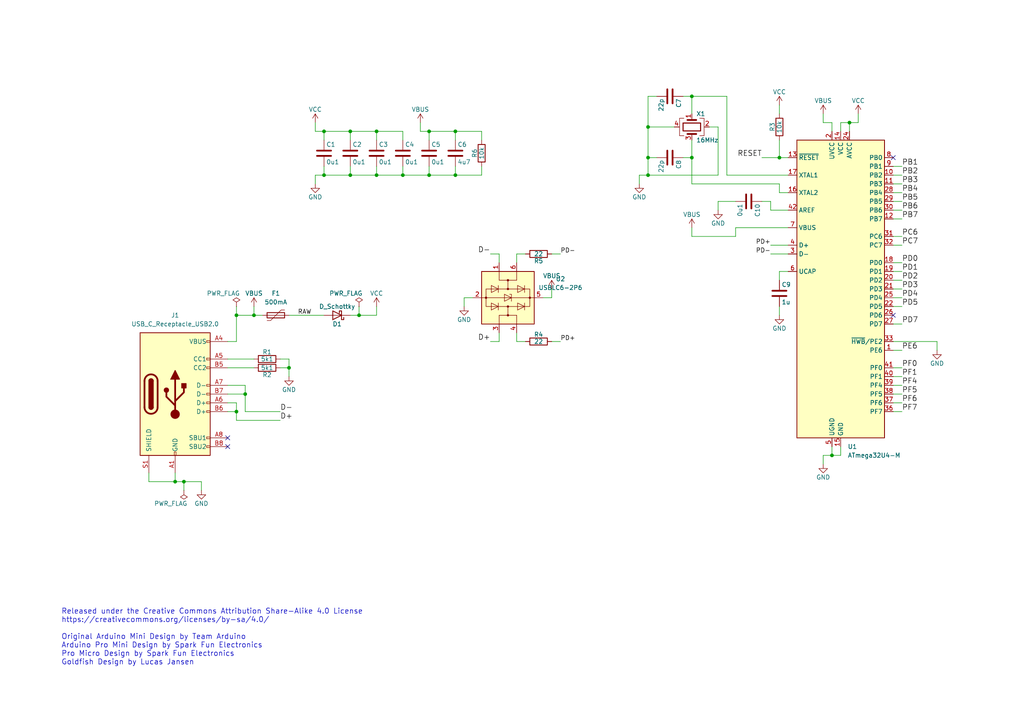
<source format=kicad_sch>
(kicad_sch (version 20230121) (generator eeschema)
  (paper "A4")
  (title_block (title "Goldfish v2 (integrated)") (date "2022-05-24") (rev "integrated 0"))
  (lib_symbols
    (symbol "Connector:USB_C_Receptacle_USB2.0" (pin_names (offset 1.016))
      (property "Reference" "J" (at -10.16 19.05 0))
      (property "Value" "USB_C_Receptacle_USB2.0" (at 19.05 19.05 0))
      (symbol "USB_C_Receptacle_USB2.0_0_0"
        (rectangle (start -0.254 -17.78) (end 0.254 -16.764))
        (rectangle (start 10.16 -14.986) (end 9.144 -15.494))
        (rectangle (start 10.16 -12.446) (end 9.144 -12.954))
        (rectangle (start 10.16 -4.826) (end 9.144 -5.334))
        (rectangle (start 10.16 -2.286) (end 9.144 -2.794))
        (rectangle (start 10.16 0.254) (end 9.144 -0.254))
        (rectangle (start 10.16 2.794) (end 9.144 2.286))
        (rectangle (start 10.16 7.874) (end 9.144 7.366))
        (rectangle (start 10.16 10.414) (end 9.144 9.906))
        (rectangle (start 10.16 15.494) (end 9.144 14.986))
      )
      (symbol "USB_C_Receptacle_USB2.0_0_1"
        (rectangle (start -10.16 17.78) (end 10.16 -17.78) (stroke (width 0.254)) (fill (type background)))
        (arc (start -8.89 -3.81) (mid -6.985 -5.7067) (end -5.08 -3.81) (stroke (width 0.508)))
        (arc (start -7.62 -3.81) (mid -6.985 -4.4423) (end -6.35 -3.81) (stroke (width 0.254)))
        (arc (start -7.62 -3.81) (mid -6.985 -4.4423) (end -6.35 -3.81) (stroke (width 0.254)) (fill (type outline)))
        (rectangle (start -7.62 -3.81) (end -6.35 3.81) (stroke (width 0.254)) (fill (type outline)))
        (arc (start -6.35 3.81) (mid -6.985 4.4423) (end -7.62 3.81) (stroke (width 0.254)))
        (arc (start -6.35 3.81) (mid -6.985 4.4423) (end -7.62 3.81) (stroke (width 0.254)) (fill (type outline)))
        (arc (start -5.08 3.81) (mid -6.985 5.7067) (end -8.89 3.81) (stroke (width 0.508)))
        (circle (center -2.54 1.143) (radius 0.635) (stroke (width 0.254)) (fill (type outline)))
        (circle (center 0 -5.842) (radius 1.27) (fill (type outline)))
        (polyline (pts (xy -8.89 -3.81) (xy -8.89 3.81)) (stroke (width 0.508)))
        (polyline (pts (xy -5.08 3.81) (xy -5.08 -3.81)) (stroke (width 0.508)))
        (polyline (pts (xy 0 -5.842) (xy 0 4.318)) (stroke (width 0.508)))
        (polyline (pts (xy 0 -3.302) (xy -2.54 -0.762) (xy -2.54 0.508)) (stroke (width 0.508)))
        (polyline (pts (xy 0 -2.032) (xy 2.54 0.508) (xy 2.54 1.778)) (stroke (width 0.508)))
        (polyline (pts (xy -1.27 4.318) (xy 0 6.858) (xy 1.27 4.318) (xy -1.27 4.318)) (stroke (width 0.254)) (fill (type outline)))
        (rectangle (start 1.905 1.778) (end 3.175 3.048) (stroke (width 0.254)) (fill (type outline)))
      )
      (symbol "USB_C_Receptacle_USB2.0_1_1"
        (pin passive line (at 0 -22.86 90) (length 5.08) (name "GND") (number "A1"))
        (pin passive line (at 0 -22.86 90) (length 5.08) hide (name "GND") (number "A12"))
        (pin passive line (at 15.24 15.24 180) (length 5.08) (name "VBUS") (number "A4"))
        (pin bidirectional line (at 15.24 10.16 180) (length 5.08) (name "CC1") (number "A5"))
        (pin bidirectional line (at 15.24 -2.54 180) (length 5.08) (name "D+") (number "A6"))
        (pin bidirectional line (at 15.24 2.54 180) (length 5.08) (name "D-") (number "A7"))
        (pin bidirectional line (at 15.24 -12.7 180) (length 5.08) (name "SBU1") (number "A8"))
        (pin passive line (at 15.24 15.24 180) (length 5.08) hide (name "VBUS") (number "A9"))
        (pin passive line (at 0 -22.86 90) (length 5.08) hide (name "GND") (number "B1"))
        (pin passive line (at 0 -22.86 90) (length 5.08) hide (name "GND") (number "B12"))
        (pin passive line (at 15.24 15.24 180) (length 5.08) hide (name "VBUS") (number "B4"))
        (pin bidirectional line (at 15.24 7.62 180) (length 5.08) (name "CC2") (number "B5"))
        (pin bidirectional line (at 15.24 -5.08 180) (length 5.08) (name "D+") (number "B6"))
        (pin bidirectional line (at 15.24 0 180) (length 5.08) (name "D-") (number "B7"))
        (pin bidirectional line (at 15.24 -15.24 180) (length 5.08) (name "SBU2") (number "B8"))
        (pin passive line (at 15.24 15.24 180) (length 5.08) hide (name "VBUS") (number "B9"))
        (pin passive line (at -7.62 -22.86 90) (length 5.08) (name "SHIELD") (number "S1"))
      )
    )
    (symbol "Device:C" (pin_numbers hide) (pin_names (offset 0.254))
      (property "Reference" "C" (at 0.635 2.54 0))
      (property "Value" "C" (at 0.635 -2.54 0))
      (symbol "C_0_1"
        (polyline (pts (xy -2.032 -0.762) (xy 2.032 -0.762)) (stroke (width 0.508)))
        (polyline (pts (xy -2.032 0.762) (xy 2.032 0.762)) (stroke (width 0.508)))
      )
      (symbol "C_1_1"
        (pin passive line (at 0 3.81 270) (length 2.794) (name "~") (number "1"))
        (pin passive line (at 0 -3.81 90) (length 2.794) (name "~") (number "2"))
      )
    )
    (symbol "Device:Crystal_GND24" (pin_names (offset 1.016) hide)
      (property "Reference" "Y" (at 3.175 5.08 0))
      (property "Value" "Crystal_GND24" (at 3.175 3.175 0))
      (symbol "Crystal_GND24_0_1"
        (rectangle (start -1.143 2.54) (end 1.143 -2.54) (stroke (width 0.3048)))
        (polyline (pts (xy -2.54 0) (xy -2.032 0)))
        (polyline (pts (xy -2.032 -1.27) (xy -2.032 1.27)) (stroke (width 0.508)))
        (polyline (pts (xy 0 -3.81) (xy 0 -3.556)))
        (polyline (pts (xy 0 3.556) (xy 0 3.81)))
        (polyline (pts (xy 2.032 -1.27) (xy 2.032 1.27)) (stroke (width 0.508)))
        (polyline (pts (xy 2.032 0) (xy 2.54 0)))
        (polyline (pts (xy -2.54 -2.286) (xy -2.54 -3.556) (xy 2.54 -3.556) (xy 2.54 -2.286)))
        (polyline (pts (xy -2.54 2.286) (xy -2.54 3.556) (xy 2.54 3.556) (xy 2.54 2.286)))
      )
      (symbol "Crystal_GND24_1_1"
        (pin passive line (at -3.81 0 0) (length 1.27) (name "1") (number "1"))
        (pin passive line (at 0 5.08 270) (length 1.27) (name "2") (number "2"))
        (pin passive line (at 3.81 0 180) (length 1.27) (name "3") (number "3"))
        (pin passive line (at 0 -5.08 90) (length 1.27) (name "4") (number "4"))
      )
    )
    (symbol "Device:D_Schottky" (pin_numbers hide) (pin_names (offset 1.016) hide)
      (property "Reference" "D" (at 0 2.54 0))
      (property "Value" "D_Schottky" (at 0 -2.54 0))
      (symbol "D_Schottky_0_1"
        (polyline (pts (xy 1.27 0) (xy -1.27 0)))
        (polyline (pts (xy 1.27 1.27) (xy 1.27 -1.27) (xy -1.27 0) (xy 1.27 1.27)) (stroke (width 0.254)))
        (polyline (pts (xy -1.905 0.635) (xy -1.905 1.27) (xy -1.27 1.27) (xy -1.27 -1.27) (xy -0.635 -1.27) (xy -0.635 -0.635)) (stroke (width 0.254)))
      )
      (symbol "D_Schottky_1_1"
        (pin passive line (at -3.81 0 0) (length 2.54) (name "K") (number "1"))
        (pin passive line (at 3.81 0 180) (length 2.54) (name "A") (number "2"))
      )
    )
    (symbol "Device:Polyfuse" (pin_numbers hide) (pin_names (offset 0))
      (property "Reference" "F" (at -2.54 0 90))
      (property "Value" "Polyfuse" (at 2.54 0 90))
      (symbol "Polyfuse_0_1"
        (rectangle (start -0.762 2.54) (end 0.762 -2.54) (stroke (width 0.254)))
        (polyline (pts (xy 0 2.54) (xy 0 -2.54)))
        (polyline (pts (xy -1.524 2.54) (xy -1.524 1.524) (xy 1.524 -1.524) (xy 1.524 -2.54)))
      )
      (symbol "Polyfuse_1_1"
        (pin passive line (at 0 3.81 270) (length 1.27) (name "~") (number "1"))
        (pin passive line (at 0 -3.81 90) (length 1.27) (name "~") (number "2"))
      )
    )
    (symbol "Device:R" (pin_numbers hide) (pin_names (offset 0))
      (property "Reference" "R" (at 2.032 0 90))
      (property "Value" "R" (at 0 0 90))
      (symbol "R_0_1"
        (rectangle (start -1.016 -2.54) (end 1.016 2.54) (stroke (width 0.254)))
      )
      (symbol "R_1_1"
        (pin passive line (at 0 3.81 270) (length 1.27) (name "~") (number "1"))
        (pin passive line (at 0 -3.81 90) (length 1.27) (name "~") (number "2"))
      )
    )
    (symbol "MCU_Microchip_ATmega:ATmega32U4-M"
      (property "Reference" "U" (at -12.7 44.45 0))
      (property "Value" "ATmega32U4-M" (at 2.54 -44.45 0))
      (symbol "ATmega32U4-M_0_1"
        (rectangle (start -12.7 -43.18) (end 12.7 43.18) (stroke (width 0.254)) (fill (type background)))
      )
      (symbol "ATmega32U4-M_1_1"
        (pin bidirectional line (at 15.24 -17.78 180) (length 2.54) (name "PE6") (number "1"))
        (pin bidirectional line (at 15.24 33.02 180) (length 2.54) (name "PB2") (number "10"))
        (pin bidirectional line (at 15.24 30.48 180) (length 2.54) (name "PB3") (number "11"))
        (pin bidirectional line (at 15.24 20.32 180) (length 2.54) (name "PB7") (number "12"))
        (pin input line (at -15.24 38.1 0) (length 2.54) (name "~{RESET}") (number "13"))
        (pin power_in line (at 0 45.72 270) (length 2.54) (name "VCC") (number "14"))
        (pin power_in line (at 0 -45.72 90) (length 2.54) (name "GND") (number "15"))
        (pin output line (at -15.24 27.94 0) (length 2.54) (name "XTAL2") (number "16"))
        (pin input line (at -15.24 33.02 0) (length 2.54) (name "XTAL1") (number "17"))
        (pin bidirectional line (at 15.24 7.62 180) (length 2.54) (name "PD0") (number "18"))
        (pin bidirectional line (at 15.24 5.08 180) (length 2.54) (name "PD1") (number "19"))
        (pin power_in line (at -2.54 45.72 270) (length 2.54) (name "UVCC") (number "2"))
        (pin bidirectional line (at 15.24 2.54 180) (length 2.54) (name "PD2") (number "20"))
        (pin bidirectional line (at 15.24 0 180) (length 2.54) (name "PD3") (number "21"))
        (pin bidirectional line (at 15.24 -5.08 180) (length 2.54) (name "PD5") (number "22"))
        (pin passive line (at 0 -45.72 90) (length 2.54) hide (name "GND") (number "23"))
        (pin power_in line (at 2.54 45.72 270) (length 2.54) (name "AVCC") (number "24"))
        (pin bidirectional line (at 15.24 -2.54 180) (length 2.54) (name "PD4") (number "25"))
        (pin bidirectional line (at 15.24 -7.62 180) (length 2.54) (name "PD6") (number "26"))
        (pin bidirectional line (at 15.24 -10.16 180) (length 2.54) (name "PD7") (number "27"))
        (pin bidirectional line (at 15.24 27.94 180) (length 2.54) (name "PB4") (number "28"))
        (pin bidirectional line (at 15.24 25.4 180) (length 2.54) (name "PB5") (number "29"))
        (pin bidirectional line (at -15.24 10.16 0) (length 2.54) (name "D-") (number "3"))
        (pin bidirectional line (at 15.24 22.86 180) (length 2.54) (name "PB6") (number "30"))
        (pin bidirectional line (at 15.24 15.24 180) (length 2.54) (name "PC6") (number "31"))
        (pin bidirectional line (at 15.24 12.7 180) (length 2.54) (name "PC7") (number "32"))
        (pin bidirectional line (at 15.24 -15.24 180) (length 2.54) (name "~{HWB}/PE2") (number "33"))
        (pin passive line (at 0 45.72 270) (length 2.54) hide (name "VCC") (number "34"))
        (pin passive line (at 0 -45.72 90) (length 2.54) hide (name "GND") (number "35"))
        (pin bidirectional line (at 15.24 -35.56 180) (length 2.54) (name "PF7") (number "36"))
        (pin bidirectional line (at 15.24 -33.02 180) (length 2.54) (name "PF6") (number "37"))
        (pin bidirectional line (at 15.24 -30.48 180) (length 2.54) (name "PF5") (number "38"))
        (pin bidirectional line (at 15.24 -27.94 180) (length 2.54) (name "PF4") (number "39"))
        (pin bidirectional line (at -15.24 12.7 0) (length 2.54) (name "D+") (number "4"))
        (pin bidirectional line (at 15.24 -25.4 180) (length 2.54) (name "PF1") (number "40"))
        (pin bidirectional line (at 15.24 -22.86 180) (length 2.54) (name "PF0") (number "41"))
        (pin passive line (at -15.24 22.86 0) (length 2.54) (name "AREF") (number "42"))
        (pin passive line (at 0 -45.72 90) (length 2.54) hide (name "GND") (number "43"))
        (pin passive line (at 2.54 45.72 270) (length 2.54) hide (name "AVCC") (number "44"))
        (pin passive line (at 0 -45.72 90) (length 2.54) hide (name "GND") (number "45"))
        (pin passive line (at -2.54 -45.72 90) (length 2.54) (name "UGND") (number "5"))
        (pin passive line (at -15.24 5.08 0) (length 2.54) (name "UCAP") (number "6"))
        (pin input line (at -15.24 17.78 0) (length 2.54) (name "VBUS") (number "7"))
        (pin bidirectional line (at 15.24 38.1 180) (length 2.54) (name "PB0") (number "8"))
        (pin bidirectional line (at 15.24 35.56 180) (length 2.54) (name "PB1") (number "9"))
      )
    )
    (symbol "Power_Protection:USBLC6-2P6" (pin_names hide)
      (property "Reference" "U" (at 2.54 8.89 0))
      (property "Value" "USBLC6-2P6" (at 2.54 -8.89 0))
      (symbol "USBLC6-2P6_0_1"
        (rectangle (start -7.62 -7.62) (end 7.62 7.62) (stroke (width 0.254)) (fill (type background)))
        (circle (center -5.08 0) (radius 0.254) (fill (type outline)))
        (circle (center -2.54 0) (radius 0.254) (fill (type outline)))
        (rectangle (start -2.54 6.35) (end 2.54 -6.35))
        (circle (center 0 -6.35) (radius 0.254) (fill (type outline)))
        (polyline (pts (xy -5.08 -2.54) (xy -7.62 -2.54)))
        (polyline (pts (xy -5.08 0) (xy -5.08 -2.54)))
        (polyline (pts (xy -5.08 2.54) (xy -7.62 2.54)))
        (polyline (pts (xy -1.524 -2.794) (xy -3.556 -2.794)))
        (polyline (pts (xy -1.524 4.826) (xy -3.556 4.826)))
        (polyline (pts (xy 0 -7.62) (xy 0 -6.35)))
        (polyline (pts (xy 0 -6.35) (xy 0 1.27)))
        (polyline (pts (xy 0 1.27) (xy 0 6.35)))
        (polyline (pts (xy 0 6.35) (xy 0 7.62)))
        (polyline (pts (xy 1.524 -2.794) (xy 3.556 -2.794)))
        (polyline (pts (xy 1.524 4.826) (xy 3.556 4.826)))
        (polyline (pts (xy 5.08 -2.54) (xy 7.62 -2.54)))
        (polyline (pts (xy 5.08 0) (xy 5.08 -2.54)))
        (polyline (pts (xy 5.08 2.54) (xy 7.62 2.54)))
        (polyline (pts (xy -2.54 0) (xy -5.08 0) (xy -5.08 2.54)))
        (polyline (pts (xy 2.54 0) (xy 5.08 0) (xy 5.08 2.54)))
        (polyline (pts (xy -3.556 -4.826) (xy -1.524 -4.826) (xy -2.54 -2.794) (xy -3.556 -4.826)))
        (polyline (pts (xy -3.556 2.794) (xy -1.524 2.794) (xy -2.54 4.826) (xy -3.556 2.794)))
        (polyline (pts (xy -1.016 -1.016) (xy 1.016 -1.016) (xy 0 1.016) (xy -1.016 -1.016)))
        (polyline (pts (xy 1.016 1.016) (xy 0.762 1.016) (xy -1.016 1.016) (xy -1.016 0.508)))
        (polyline (pts (xy 3.556 -4.826) (xy 1.524 -4.826) (xy 2.54 -2.794) (xy 3.556 -4.826)))
        (polyline (pts (xy 3.556 2.794) (xy 1.524 2.794) (xy 2.54 4.826) (xy 3.556 2.794)))
        (circle (center 0 6.35) (radius 0.254) (fill (type outline)))
        (circle (center 2.54 0) (radius 0.254) (fill (type outline)))
        (circle (center 5.08 0) (radius 0.254) (fill (type outline)))
      )
      (symbol "USBLC6-2P6_1_1"
        (pin passive line (at -10.16 -2.54 0) (length 2.54) (name "I/O1") (number "1"))
        (pin passive line (at 0 -10.16 90) (length 2.54) (name "GND") (number "2"))
        (pin passive line (at 10.16 -2.54 180) (length 2.54) (name "I/O2") (number "3"))
        (pin passive line (at 10.16 2.54 180) (length 2.54) (name "I/O2") (number "4"))
        (pin passive line (at 0 10.16 270) (length 2.54) (name "VBUS") (number "5"))
        (pin passive line (at -10.16 2.54 0) (length 2.54) (name "I/O1") (number "6"))
      )
    )
    (symbol "power:GND" (power) (pin_names (offset 0))
      (property "Value" "GND" (at 0 -3.81 0))
      (symbol "GND_0_1"
        (polyline (pts (xy 0 0) (xy 0 -1.27) (xy 1.27 -1.27) (xy 0 -2.54) (xy -1.27 -1.27) (xy 0 -1.27)))
      )
      (symbol "GND_1_1"
        (pin power_in line (at 0 0 270) (length 0) hide (name "GND") (number "1"))
      )
    )
    (symbol "power:PWR_FLAG" (power) (pin_numbers hide) (pin_names (offset 0) hide)
      (property "Value" "PWR_FLAG" (at 0 3.81 0))
      (symbol "PWR_FLAG_0_0"
        (pin power_out line (at 0 0 90) (length 0) (name "pwr") (number "1"))
      )
      (symbol "PWR_FLAG_0_1"
        (polyline (pts (xy 0 0) (xy 0 1.27) (xy -1.016 1.905) (xy 0 2.54) (xy 1.016 1.905) (xy 0 1.27)))
      )
    )
    (symbol "power:VBUS" (power) (pin_names (offset 0))
      (property "Value" "VBUS" (at 0 3.81 0))
      (symbol "VBUS_0_1"
        (polyline (pts (xy -0.762 1.27) (xy 0 2.54)))
        (polyline (pts (xy 0 0) (xy 0 2.54)))
        (polyline (pts (xy 0 2.54) (xy 0.762 1.27)))
      )
      (symbol "VBUS_1_1"
        (pin power_in line (at 0 0 90) (length 0) hide (name "VBUS") (number "1"))
      )
    )
    (symbol "power:VCC" (power) (pin_names (offset 0))
      (property "Value" "VCC" (at 0 3.81 0))
      (symbol "VCC_0_1"
        (polyline (pts (xy -0.762 1.27) (xy 0 2.54)))
        (polyline (pts (xy 0 0) (xy 0 2.54)))
        (polyline (pts (xy 0 2.54) (xy 0.762 1.27)))
      )
      (symbol "VCC_1_1"
        (pin power_in line (at 0 0 90) (length 0) hide (name "VCC") (number "1"))
      )
    )
  )
  (junction (at 101.6 38.1))
  (junction (at 187.96 45.72))
  (junction (at 246.38 35.56))
  (junction (at 68.58 91.44))
  (junction (at 109.22 38.1))
  (junction (at 53.34 139.7))
  (junction (at 109.22 50.8))
  (junction (at 104.14 91.44))
  (junction (at 200.66 45.72))
  (junction (at 73.66 91.44))
  (junction (at 132.08 38.1))
  (junction (at 83.82 106.68))
  (junction (at 241.3 132.08))
  (junction (at 71.12 114.3))
  (junction (at 93.98 50.8))
  (junction (at 68.58 119.38))
  (junction (at 132.08 50.8))
  (junction (at 124.46 38.1))
  (junction (at 200.66 27.94))
  (junction (at 187.96 36.83))
  (junction (at 226.06 45.72))
  (junction (at 50.8 139.7))
  (junction (at 187.96 50.8))
  (junction (at 101.6 50.8))
  (junction (at 124.46 50.8))
  (junction (at 93.98 38.1))
  (junction (at 116.84 50.8))
  (no_connect (at 259.08 45.72))
  (no_connect (at 66.04 127))
  (no_connect (at 259.08 91.44))
  (no_connect (at 66.04 129.54))
  (wire (pts (xy 139.7 40.64) (xy 139.7 38.1)))
  (wire (pts (xy 243.84 35.56) (xy 243.84 38.1)))
  (wire (pts (xy 124.46 50.8) (xy 132.08 50.8)))
  (wire (pts (xy 139.7 50.8) (xy 132.08 50.8)))
  (wire (pts (xy 259.08 55.88) (xy 261.62 55.88)))
  (wire (pts (xy 238.76 134.62) (xy 238.76 132.08)))
  (wire (pts (xy 187.96 50.8) (xy 208.28 50.8)))
  (wire (pts (xy 73.66 91.44) (xy 76.2 91.44)))
  (wire (pts (xy 81.28 106.68) (xy 83.82 106.68)))
  (wire (pts (xy 71.12 114.3) (xy 66.04 114.3)))
  (wire (pts (xy 101.6 50.8) (xy 101.6 48.26)))
  (wire (pts (xy 187.96 45.72) (xy 190.5 45.72)))
  (wire (pts (xy 226.06 33.02) (xy 226.06 30.48)))
  (wire (pts (xy 259.08 78.74) (xy 261.62 78.74)))
  (wire (pts (xy 200.66 45.72) (xy 200.66 53.34)))
  (wire (pts (xy 109.22 38.1) (xy 109.22 40.64)))
  (wire (pts (xy 226.06 55.88) (xy 228.6 55.88)))
  (wire (pts (xy 226.06 88.9) (xy 226.06 91.44)))
  (wire (pts (xy 259.08 50.8) (xy 261.62 50.8)))
  (wire (pts (xy 208.28 50.8) (xy 208.28 36.83)))
  (wire (pts (xy 68.58 99.06) (xy 66.04 99.06)))
  (wire (pts (xy 71.12 119.38) (xy 81.28 119.38)))
  (wire (pts (xy 66.04 111.76) (xy 71.12 111.76)))
  (wire (pts (xy 149.86 76.2) (xy 149.86 73.66)))
  (wire (pts (xy 241.3 38.1) (xy 241.3 35.56)))
  (wire (pts (xy 200.66 66.04) (xy 200.66 68.58)))
  (wire (pts (xy 185.42 50.8) (xy 187.96 50.8)))
  (wire (pts (xy 259.08 106.68) (xy 261.62 106.68)))
  (wire (pts (xy 208.28 58.42) (xy 208.28 60.96)))
  (wire (pts (xy 198.12 45.72) (xy 200.66 45.72)))
  (wire (pts (xy 259.08 53.34) (xy 261.62 53.34)))
  (wire (pts (xy 68.58 116.84) (xy 68.58 119.38)))
  (wire (pts (xy 50.8 139.7) (xy 50.8 137.16)))
  (wire (pts (xy 66.04 119.38) (xy 68.58 119.38)))
  (wire (pts (xy 43.18 137.16) (xy 43.18 139.7)))
  (wire (pts (xy 241.3 132.08) (xy 243.84 132.08)))
  (wire (pts (xy 259.08 58.42) (xy 261.62 58.42)))
  (wire (pts (xy 116.84 50.8) (xy 124.46 50.8)))
  (wire (pts (xy 83.82 104.14) (xy 81.28 104.14)))
  (wire (pts (xy 226.06 45.72) (xy 228.6 45.72)))
  (wire (pts (xy 71.12 114.3) (xy 71.12 119.38)))
  (wire (pts (xy 71.12 111.76) (xy 71.12 114.3)))
  (wire (pts (xy 109.22 50.8) (xy 109.22 48.26)))
  (wire (pts (xy 271.78 99.06) (xy 271.78 101.6)))
  (wire (pts (xy 68.58 121.92) (xy 81.28 121.92)))
  (wire (pts (xy 259.08 111.76) (xy 261.62 111.76)))
  (wire (pts (xy 208.28 58.42) (xy 213.36 58.42)))
  (wire (pts (xy 246.38 35.56) (xy 246.38 38.1)))
  (wire (pts (xy 259.08 71.12) (xy 261.62 71.12)))
  (wire (pts (xy 238.76 35.56) (xy 238.76 33.02)))
  (wire (pts (xy 243.84 132.08) (xy 243.84 129.54)))
  (wire (pts (xy 142.24 73.66) (xy 144.78 73.66)))
  (wire (pts (xy 68.58 119.38) (xy 68.58 121.92)))
  (wire (pts (xy 259.08 68.58) (xy 261.62 68.58)))
  (wire (pts (xy 93.98 48.26) (xy 93.98 50.8)))
  (wire (pts (xy 50.8 139.7) (xy 53.34 139.7)))
  (wire (pts (xy 210.82 27.94) (xy 200.66 27.94)))
  (wire (pts (xy 124.46 40.64) (xy 124.46 38.1)))
  (wire (pts (xy 259.08 101.6) (xy 261.62 101.6)))
  (wire (pts (xy 241.3 132.08) (xy 241.3 129.54)))
  (wire (pts (xy 91.44 50.8) (xy 93.98 50.8)))
  (wire (pts (xy 101.6 38.1) (xy 101.6 40.64)))
  (wire (pts (xy 195.58 36.83) (xy 187.96 36.83)))
  (wire (pts (xy 66.04 106.68) (xy 73.66 106.68)))
  (wire (pts (xy 53.34 139.7) (xy 53.34 142.24)))
  (wire (pts (xy 83.82 104.14) (xy 83.82 106.68)))
  (wire (pts (xy 93.98 50.8) (xy 101.6 50.8)))
  (wire (pts (xy 259.08 116.84) (xy 261.62 116.84)))
  (wire (pts (xy 200.66 27.94) (xy 200.66 33.02)))
  (wire (pts (xy 259.08 48.26) (xy 261.62 48.26)))
  (wire (pts (xy 238.76 132.08) (xy 241.3 132.08)))
  (wire (pts (xy 259.08 60.96) (xy 261.62 60.96)))
  (wire (pts (xy 210.82 27.94) (xy 210.82 50.8)))
  (wire (pts (xy 160.02 83.82) (xy 160.02 86.36)))
  (wire (pts (xy 259.08 88.9) (xy 261.62 88.9)))
  (wire (pts (xy 259.08 76.2) (xy 261.62 76.2)))
  (wire (pts (xy 144.78 99.06) (xy 144.78 96.52)))
  (wire (pts (xy 223.52 60.96) (xy 228.6 60.96)))
  (wire (pts (xy 116.84 50.8) (xy 116.84 48.26)))
  (wire (pts (xy 223.52 60.96) (xy 223.52 58.42)))
  (wire (pts (xy 109.22 38.1) (xy 116.84 38.1)))
  (wire (pts (xy 226.06 40.64) (xy 226.06 45.72)))
  (wire (pts (xy 228.6 71.12) (xy 223.52 71.12)))
  (wire (pts (xy 68.58 91.44) (xy 73.66 91.44)))
  (wire (pts (xy 200.66 40.64) (xy 200.66 45.72)))
  (wire (pts (xy 91.44 50.8) (xy 91.44 53.34)))
  (wire (pts (xy 139.7 38.1) (xy 132.08 38.1)))
  (wire (pts (xy 121.92 38.1) (xy 124.46 38.1)))
  (wire (pts (xy 228.6 66.04) (xy 213.36 66.04)))
  (wire (pts (xy 149.86 73.66) (xy 152.4 73.66)))
  (wire (pts (xy 142.24 99.06) (xy 144.78 99.06)))
  (wire (pts (xy 187.96 27.94) (xy 187.96 36.83)))
  (wire (pts (xy 132.08 50.8) (xy 132.08 48.26)))
  (wire (pts (xy 144.78 73.66) (xy 144.78 76.2)))
  (wire (pts (xy 259.08 119.38) (xy 261.62 119.38)))
  (wire (pts (xy 58.42 139.7) (xy 58.42 142.24)))
  (wire (pts (xy 124.46 38.1) (xy 132.08 38.1)))
  (wire (pts (xy 104.14 88.9) (xy 104.14 91.44)))
  (wire (pts (xy 83.82 106.68) (xy 83.82 109.22)))
  (wire (pts (xy 259.08 93.98) (xy 261.62 93.98)))
  (wire (pts (xy 160.02 73.66) (xy 162.56 73.66)))
  (wire (pts (xy 101.6 38.1) (xy 109.22 38.1)))
  (wire (pts (xy 187.96 45.72) (xy 187.96 50.8)))
  (wire (pts (xy 53.34 139.7) (xy 58.42 139.7)))
  (wire (pts (xy 68.58 91.44) (xy 68.58 99.06)))
  (wire (pts (xy 93.98 38.1) (xy 93.98 40.64)))
  (wire (pts (xy 208.28 36.83) (xy 205.74 36.83)))
  (wire (pts (xy 213.36 66.04) (xy 213.36 68.58)))
  (wire (pts (xy 243.84 35.56) (xy 246.38 35.56)))
  (wire (pts (xy 190.5 27.94) (xy 187.96 27.94)))
  (wire (pts (xy 259.08 83.82) (xy 261.62 83.82)))
  (wire (pts (xy 124.46 50.8) (xy 124.46 48.26)))
  (wire (pts (xy 246.38 35.56) (xy 248.92 35.56)))
  (wire (pts (xy 226.06 78.74) (xy 228.6 78.74)))
  (wire (pts (xy 91.44 38.1) (xy 93.98 38.1)))
  (wire (pts (xy 121.92 38.1) (xy 121.92 35.56)))
  (wire (pts (xy 104.14 91.44) (xy 109.22 91.44)))
  (wire (pts (xy 228.6 73.66) (xy 223.52 73.66)))
  (wire (pts (xy 259.08 99.06) (xy 271.78 99.06)))
  (wire (pts (xy 259.08 63.5) (xy 261.62 63.5)))
  (wire (pts (xy 101.6 91.44) (xy 104.14 91.44)))
  (wire (pts (xy 187.96 36.83) (xy 187.96 45.72)))
  (wire (pts (xy 66.04 116.84) (xy 68.58 116.84)))
  (wire (pts (xy 73.66 91.44) (xy 73.66 88.9)))
  (wire (pts (xy 43.18 139.7) (xy 50.8 139.7)))
  (wire (pts (xy 149.86 99.06) (xy 152.4 99.06)))
  (wire (pts (xy 91.44 38.1) (xy 91.44 35.56)))
  (wire (pts (xy 93.98 38.1) (xy 101.6 38.1)))
  (wire (pts (xy 185.42 50.8) (xy 185.42 53.34)))
  (wire (pts (xy 259.08 109.22) (xy 261.62 109.22)))
  (wire (pts (xy 241.3 35.56) (xy 238.76 35.56)))
  (wire (pts (xy 157.48 86.36) (xy 160.02 86.36)))
  (wire (pts (xy 160.02 99.06) (xy 162.56 99.06)))
  (wire (pts (xy 134.62 86.36) (xy 134.62 88.9)))
  (wire (pts (xy 248.92 35.56) (xy 248.92 33.02)))
  (wire (pts (xy 109.22 91.44) (xy 109.22 88.9)))
  (wire (pts (xy 66.04 104.14) (xy 73.66 104.14)))
  (wire (pts (xy 83.82 91.44) (xy 93.98 91.44)))
  (wire (pts (xy 259.08 81.28) (xy 261.62 81.28)))
  (wire (pts (xy 220.98 45.72) (xy 226.06 45.72)))
  (wire (pts (xy 223.52 58.42) (xy 220.98 58.42)))
  (wire (pts (xy 68.58 88.9) (xy 68.58 91.44)))
  (wire (pts (xy 198.12 27.94) (xy 200.66 27.94)))
  (wire (pts (xy 226.06 78.74) (xy 226.06 81.28)))
  (wire (pts (xy 139.7 48.26) (xy 139.7 50.8)))
  (wire (pts (xy 116.84 38.1) (xy 116.84 40.64)))
  (wire (pts (xy 149.86 96.52) (xy 149.86 99.06)))
  (wire (pts (xy 109.22 50.8) (xy 116.84 50.8)))
  (wire (pts (xy 226.06 53.34) (xy 226.06 55.88)))
  (wire (pts (xy 137.16 86.36) (xy 134.62 86.36)))
  (wire (pts (xy 259.08 114.3) (xy 261.62 114.3)))
  (wire (pts (xy 200.66 53.34) (xy 226.06 53.34)))
  (wire (pts (xy 213.36 68.58) (xy 200.66 68.58)))
  (wire (pts (xy 210.82 50.8) (xy 228.6 50.8)))
  (wire (pts (xy 101.6 50.8) (xy 109.22 50.8)))
  (wire (pts (xy 259.08 86.36) (xy 261.62 86.36)))
  (wire (pts (xy 132.08 38.1) (xy 132.08 40.64)))
  (text "Released under the Creative Commons Attribution Share-Alike 4.0 License\nhttps://creativecommons.org/licenses/by-sa/4.0/\n\nOriginal Arduino Mini Design by Team Arduino\nArduino Pro Mini Design by Spark Fun Electronics\nPro Micro Design by Spark Fun Electronics\nGoldfish Design by Lucas Jansen" (at 17.78 193.04 0) (effects (font (size 1.524 1.524)) (justify left bottom)))
  (label "PC7" (at 261.62 71.12 0) (effects (font (size 1.524 1.524))))
  (label "PD7" (at 261.62 93.98 0) (effects (font (size 1.524 1.524))))
  (label "PD4" (at 261.62 86.36 0) (effects (font (size 1.524 1.524))))
  (label "D-" (at 142.24 73.66 180) (effects (font (size 1.524 1.524))))
  (label "PB1" (at 261.62 48.26 0) (effects (font (size 1.524 1.524))))
  (label "PB4" (at 261.62 55.88 0) (effects (font (size 1.524 1.524))))
  (label "PD+" (at 223.52 71.12 180))
  (label "PD5" (at 261.62 88.9 0) (effects (font (size 1.524 1.524))))
  (label "PF7" (at 261.62 119.38 0) (effects (font (size 1.524 1.524))))
  (label "PD3" (at 261.62 83.82 0) (effects (font (size 1.524 1.524))))
  (label "PF0" (at 261.62 106.68 0) (effects (font (size 1.524 1.524))))
  (label "PD-" (at 223.52 73.66 180))
  (label "RESET" (at 220.98 45.72 180) (effects (font (size 1.524 1.524))))
  (label "D-" (at 81.28 119.38 0) (effects (font (size 1.524 1.524))))
  (label "PB7" (at 261.62 63.5 0) (effects (font (size 1.524 1.524))))
  (label "PB5" (at 261.62 58.42 0) (effects (font (size 1.524 1.524))))
  (label "PE6" (at 261.62 101.6 0) (effects (font (size 1.524 1.524))))
  (label "PD2" (at 261.62 81.28 0) (effects (font (size 1.524 1.524))))
  (label "PB3" (at 261.62 53.34 0) (effects (font (size 1.524 1.524))))
  (label "PC6" (at 261.62 68.58 0) (effects (font (size 1.524 1.524))))
  (label "PD-" (at 162.56 73.66 0))
  (label "PD+" (at 162.56 99.06 0))
  (label "PD0" (at 261.62 76.2 0) (effects (font (size 1.524 1.524))))
  (label "PD1" (at 261.62 78.74 0) (effects (font (size 1.524 1.524))))
  (label "RAW" (at 86.36 91.44 0))
  (label "PB2" (at 261.62 50.8 0) (effects (font (size 1.524 1.524))))
  (label "PF5" (at 261.62 114.3 0) (effects (font (size 1.524 1.524))))
  (label "PF4" (at 261.62 111.76 0) (effects (font (size 1.524 1.524))))
  (label "D+" (at 142.24 99.06 180) (effects (font (size 1.524 1.524))))
  (label "PB6" (at 261.62 60.96 0) (effects (font (size 1.524 1.524))))
  (label "PF6" (at 261.62 116.84 0) (effects (font (size 1.524 1.524))))
  (label "PF1" (at 261.62 109.22 0) (effects (font (size 1.524 1.524))))
  (label "D+" (at 81.28 121.92 0) (effects (font (size 1.524 1.524))))
  (symbol (lib_id "power:PWR_FLAG") (at 104.14 88.9 0) (unit 1)
    (property "Reference" "#FLG0102" (effects hide))
    (property "Value" "PWR_FLAG" (at 100.33 85.09 0))
  )
  (symbol (lib_id "Device:C") (at 194.31 27.94 270) (unit 1)
    (property "Reference" "C7" (at 196.85 28.575 0) (effects (justify left)))
    (property "Value" "22p" (at 191.77 28.575 0) (effects (justify left)))
    (property "Footprint" "Capacitor_SMD:C_0603_1608Metric" (effects hide))
  )
  (symbol (lib_id "MCU_Microchip_ATmega:ATmega32U4-M") (at 243.84 83.82 0) (unit 1)
    (property "Reference" "U1" (at 245.8594 129.54 0) (effects (justify left)))
    (property "Value" "ATmega32U4-M" (at 245.8594 132.08 0) (effects (justify left)))
    (property "Footprint" "Package_DFN_QFN:QFN-44-1EP_7x7mm_P0.5mm_EP5.2x5.2mm" (effects hide))
    (property "Datasheet" "http://ww1.microchip.com/downloads/en/DeviceDoc/Atmel-7766-8-bit-AVR-ATmega16U4-32U4_Datasheet.pdf" (effects hide))
  )
  (symbol (lib_id "power:PWR_FLAG") (at 53.34 142.24 180) (unit 1)
    (property "Reference" "#FLG0101" (effects hide))
    (property "Value" "PWR_FLAG" (at 49.53 146.05 0))
  )
  (symbol (lib_id "power:VBUS") (at 73.66 88.9 0) (unit 1)
    (property "Reference" "#PWR0107" (effects hide))
    (property "Value" "VBUS" (at 73.66 85.09 0))
  )
  (symbol (lib_id "power:VCC") (at 226.06 30.48 0) (unit 1)
    (property "Reference" "#PWR0115" (effects hide))
    (property "Value" "VCC" (at 226.06 26.67 0))
  )
  (symbol (lib_id "power:GND") (at 91.44 53.34 0) (unit 1)
    (property "Reference" "#PWR0104" (effects hide))
    (property "Value" "GND" (at 91.44 57.15 0))
  )
  (symbol (lib_id "power:VCC") (at 248.92 33.02 0) (unit 1)
    (property "Reference" "#PWR0114" (effects hide))
    (property "Value" "VCC" (at 248.92 29.21 0))
  )
  (symbol (lib_id "power:PWR_FLAG") (at 68.58 88.9 0) (unit 1)
    (property "Reference" "#FLG0103" (effects hide))
    (property "Value" "PWR_FLAG" (at 64.77 85.09 0))
  )
  (symbol (lib_id "power:GND") (at 208.28 60.96 0) (unit 1)
    (property "Reference" "#PWR0111" (effects hide))
    (property "Value" "GND" (at 208.28 64.77 0))
  )
  (symbol (lib_id "Device:C") (at 93.98 44.45 0) (unit 1)
    (property "Reference" "C1" (at 94.615 41.91 0) (effects (justify left)))
    (property "Value" "0u1" (at 94.615 46.99 0) (effects (justify left)))
    (property "Footprint" "Capacitor_SMD:C_0603_1608Metric" (effects hide))
  )
  (symbol (lib_id "power:VBUS") (at 200.66 66.04 0) (unit 1)
    (property "Reference" "#PWR0112" (effects hide))
    (property "Value" "VBUS" (at 200.66 62.23 0))
  )
  (symbol (lib_id "Device:R") (at 77.47 106.68 270) (unit 1)
    (property "Reference" "R2" (at 77.47 108.712 90))
    (property "Value" "5k1" (at 77.47 106.68 90))
    (property "Footprint" "Resistor_SMD:R_0603_1608Metric" (effects hide))
  )
  (symbol (lib_id "Device:C") (at 124.46 44.45 0) (unit 1)
    (property "Reference" "C5" (at 125.095 41.91 0) (effects (justify left)))
    (property "Value" "0u1" (at 125.095 46.99 0) (effects (justify left)))
    (property "Footprint" "Capacitor_SMD:C_0603_1608Metric" (effects hide))
  )
  (symbol (lib_id "Device:R") (at 139.7 44.45 180) (unit 1)
    (property "Reference" "R6" (at 137.668 44.45 90))
    (property "Value" "10k" (at 139.7 44.45 90))
    (property "Footprint" "Resistor_SMD:R_0603_1608Metric" (effects hide))
  )
  (symbol (lib_id "Device:C") (at 217.17 58.42 270) (unit 1)
    (property "Reference" "C10" (at 219.71 59.055 0) (effects (justify left)))
    (property "Value" "0u1" (at 214.63 59.055 0) (effects (justify left)))
    (property "Footprint" "Capacitor_SMD:C_0603_1608Metric" (effects hide))
  )
  (symbol (lib_id "Connector:USB_C_Receptacle_USB2.0") (at 50.8 114.3 0) (unit 1)
    (property "Reference" "J1" (at 50.8 91.44 0))
    (property "Value" "USB_C_Receptacle_USB2.0" (at 50.8 93.98 0))
    (property "Footprint" "Molex 216990_GCT USB45xx_HRO TYPE-C-31-M-13x:Molex-216990_GCT-USB45xx_HRO-TYPE-C-31-M-13x" (effects hide))
    (property "Datasheet" "https://www.usb.org/sites/default/files/documents/usb_type-c.zip" (effects hide))
  )
  (symbol (lib_id "power:VCC") (at 109.22 88.9 0) (unit 1)
    (property "Reference" "#PWR0105" (effects hide))
    (property "Value" "VCC" (at 109.22 85.09 0))
  )
  (symbol (lib_id "Device:R") (at 156.21 99.06 90) (unit 1)
    (property "Reference" "R4" (at 156.21 97.028 90))
    (property "Value" "22" (at 156.21 99.06 90))
    (property "Footprint" "Resistor_SMD:R_0603_1608Metric" (effects hide))
  )
  (symbol (lib_id "power:VBUS") (at 121.92 35.56 0) (unit 1)
    (property "Reference" "#PWR0101" (effects hide))
    (property "Value" "VBUS" (at 121.92 31.75 0))
  )
  (symbol (lib_id "power:GND") (at 58.42 142.24 0) (unit 1)
    (property "Reference" "#PWR0102" (effects hide))
    (property "Value" "GND" (at 58.42 146.05 0))
  )
  (symbol (lib_id "power:GND") (at 134.62 88.9 0) (unit 1)
    (property "Reference" "#PWR0121" (effects hide))
    (property "Value" "GND" (at 134.62 92.71 0))
  )
  (symbol (lib_id "Device:R") (at 226.06 36.83 180) (unit 1)
    (property "Reference" "R3" (at 224.028 36.83 90))
    (property "Value" "10k" (at 226.06 36.83 90))
    (property "Footprint" "Resistor_SMD:R_0603_1608Metric" (effects hide))
  )
  (symbol (lib_id "power:GND") (at 271.78 101.6 0) (unit 1)
    (property "Reference" "#PWR0117" (effects hide))
    (property "Value" "GND" (at 271.78 105.41 0))
  )
  (symbol (lib_id "power:VBUS") (at 238.76 33.02 0) (unit 1)
    (property "Reference" "#PWR0113" (effects hide))
    (property "Value" "VBUS" (at 238.76 29.21 0))
  )
  (symbol (lib_id "Device:Crystal_GND24") (at 200.66 36.83 270) (unit 1)
    (property "Reference" "X1" (at 201.93 33.02 90) (effects (justify left)))
    (property "Value" "16MHz" (at 201.93 40.64 90) (effects (justify left)))
    (property "Footprint" "Crystal:Crystal_SMD_SeikoEpson_FA238-4Pin_3.2x2.5mm" (effects hide))
  )
  (symbol (lib_id "Device:C") (at 101.6 44.45 0) (unit 1)
    (property "Reference" "C2" (at 102.235 41.91 0) (effects (justify left)))
    (property "Value" "0u1" (at 102.235 46.99 0) (effects (justify left)))
    (property "Footprint" "Capacitor_SMD:C_0603_1608Metric" (effects hide))
  )
  (symbol (lib_id "Device:C") (at 116.84 44.45 0) (unit 1)
    (property "Reference" "C4" (at 117.475 41.91 0) (effects (justify left)))
    (property "Value" "0u1" (at 117.475 46.99 0) (effects (justify left)))
    (property "Footprint" "Capacitor_SMD:C_0603_1608Metric" (effects hide))
  )
  (symbol (lib_id "power:GND") (at 226.06 91.44 0) (unit 1)
    (property "Reference" "#PWR0118" (effects hide))
    (property "Value" "GND" (at 226.06 95.25 0))
  )
  (symbol (lib_id "power:VCC") (at 91.44 35.56 0) (unit 1)
    (property "Reference" "#PWR0103" (effects hide))
    (property "Value" "VCC" (at 91.44 31.75 0))
  )
  (symbol (lib_id "Device:D_Schottky") (at 97.79 91.44 180) (unit 1)
    (property "Reference" "D1" (at 97.79 93.98 0))
    (property "Value" "D_Schottky" (at 97.79 88.9 0))
    (property "Footprint" "Diode_SMD:D_SOD-123F" (effects hide))
  )
  (symbol (lib_id "Device:C") (at 226.06 85.09 0) (unit 1)
    (property "Reference" "C9" (at 226.695 82.55 0) (effects (justify left)))
    (property "Value" "1u" (at 226.695 87.63 0) (effects (justify left)))
    (property "Footprint" "Capacitor_SMD:C_0603_1608Metric" (effects hide))
  )
  (symbol (lib_id "Device:C") (at 109.22 44.45 0) (unit 1)
    (property "Reference" "C3" (at 109.855 41.91 0) (effects (justify left)))
    (property "Value" "0u1" (at 109.855 46.99 0) (effects (justify left)))
    (property "Footprint" "Capacitor_SMD:C_0603_1608Metric" (effects hide))
  )
  (symbol (lib_id "Device:Polyfuse") (at 80.01 91.44 90) (unit 1)
    (property "Reference" "F1" (at 80.01 85.09 90))
    (property "Value" "500mA" (at 80.01 87.63 90))
    (property "Footprint" "Fuse:Fuse_0805_2012Metric" (effects hide))
  )
  (symbol (lib_id "Device:C") (at 194.31 45.72 270) (unit 1)
    (property "Reference" "C8" (at 196.85 46.355 0) (effects (justify left)))
    (property "Value" "22p" (at 191.77 46.355 0) (effects (justify left)))
    (property "Footprint" "Capacitor_SMD:C_0603_1608Metric" (effects hide))
  )
  (symbol (lib_id "Device:R") (at 156.21 73.66 270) (unit 1)
    (property "Reference" "R5" (at 156.21 75.692 90))
    (property "Value" "22" (at 156.21 73.66 90))
    (property "Footprint" "Resistor_SMD:R_0603_1608Metric" (effects hide))
  )
  (symbol (lib_id "power:GND") (at 83.82 109.22 0) (unit 1)
    (property "Reference" "#PWR0106" (effects hide))
    (property "Value" "GND" (at 83.82 113.03 0))
  )
  (symbol (lib_id "power:GND") (at 238.76 134.62 0) (unit 1)
    (property "Reference" "#PWR0116" (effects hide))
    (property "Value" "GND" (at 238.76 138.43 0))
  )
  (symbol (lib_id "Device:R") (at 77.47 104.14 90) (unit 1)
    (property "Reference" "R1" (at 77.47 102.108 90))
    (property "Value" "5k1" (at 77.47 104.14 90))
    (property "Footprint" "Resistor_SMD:R_0603_1608Metric" (effects hide))
  )
  (symbol (lib_id "Device:C") (at 132.08 44.45 0) (unit 1)
    (property "Reference" "C6" (at 132.715 41.91 0) (effects (justify left)))
    (property "Value" "4u7" (at 132.715 46.99 0) (effects (justify left)))
    (property "Footprint" "Capacitor_SMD:C_0603_1608Metric" (effects hide))
  )
  (symbol (lib_id "power:GND") (at 185.42 53.34 0) (unit 1)
    (property "Reference" "#PWR0110" (effects hide))
    (property "Value" "GND" (at 185.42 57.15 0))
  )
  (symbol (lib_id "Power_Protection:USBLC6-2P6") (at 147.32 86.36 270) (unit 1)
    (property "Reference" "U2" (at 162.56 80.8988 90))
    (property "Value" "USBLC6-2P6" (at 162.56 83.4388 90))
    (property "Footprint" "Package_TO_SOT_SMD:SOT-666" (effects hide))
    (property "Datasheet" "https://www.st.com/resource/en/datasheet/usblc6-2.pdf" (effects hide))
  )
  (symbol (lib_id "power:VBUS") (at 160.02 83.82 0) (unit 1)
    (property "Reference" "#PWR0120" (effects hide))
    (property "Value" "VBUS" (at 160.02 80.01 0))
  )
)
</source>
